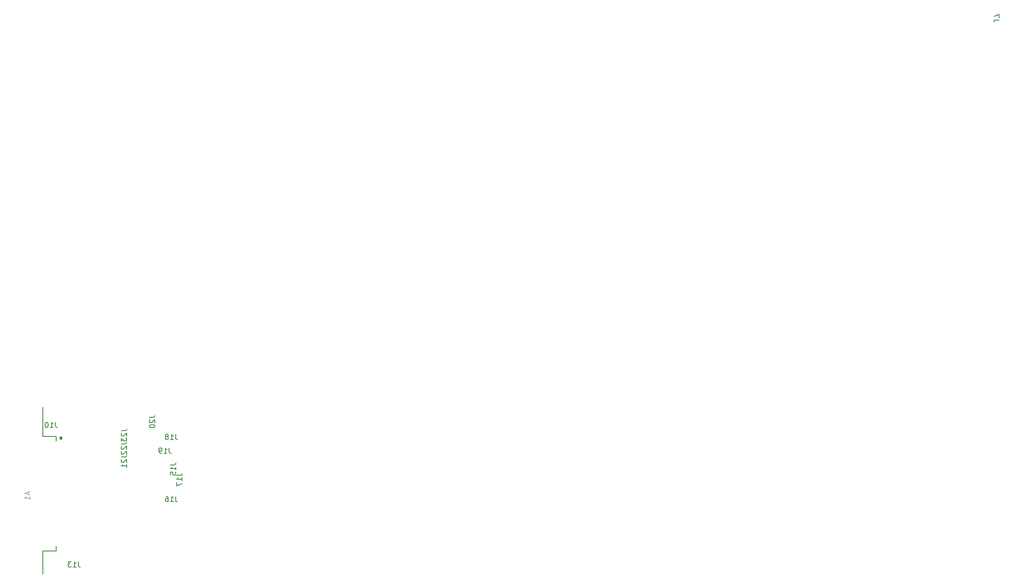
<source format=gbr>
G04 #@! TF.GenerationSoftware,KiCad,Pcbnew,(5.1.5)-3*
G04 #@! TF.CreationDate,2020-06-04T21:55:03-04:00*
G04 #@! TF.ProjectId,SmartWatch V4,536d6172-7457-4617-9463-682056342e6b,rev?*
G04 #@! TF.SameCoordinates,Original*
G04 #@! TF.FileFunction,Legend,Bot*
G04 #@! TF.FilePolarity,Positive*
%FSLAX46Y46*%
G04 Gerber Fmt 4.6, Leading zero omitted, Abs format (unit mm)*
G04 Created by KiCad (PCBNEW (5.1.5)-3) date 2020-06-04 21:55:03*
%MOMM*%
%LPD*%
G04 APERTURE LIST*
%ADD10C,0.250000*%
%ADD11C,0.127000*%
%ADD12C,0.015000*%
%ADD13C,0.150000*%
G04 APERTURE END LIST*
D10*
X128593000Y-69063000D02*
G75*
G03X128593000Y-69063000I-200000J0D01*
G01*
D11*
X127450000Y-90500000D02*
X127450000Y-89600000D01*
X127450000Y-90500000D02*
X124950000Y-90500000D01*
X124950000Y-90500000D02*
X124950000Y-94800000D01*
X127450000Y-68700000D02*
X127450000Y-69600000D01*
X127450000Y-68700000D02*
X124950000Y-68700000D01*
X124950000Y-68700000D02*
X124950000Y-63110000D01*
D12*
X122167137Y-79283695D02*
X122167137Y-79761231D01*
X122453659Y-79188187D02*
X121450832Y-79522463D01*
X122453659Y-79856739D01*
X122453659Y-80716305D02*
X122453659Y-80143261D01*
X122453659Y-80429783D02*
X121450832Y-80429783D01*
X121594093Y-80334275D01*
X121689601Y-80238768D01*
X121737354Y-80143261D01*
D13*
X139824180Y-67660476D02*
X140538466Y-67660476D01*
X140681323Y-67612857D01*
X140776561Y-67517619D01*
X140824180Y-67374761D01*
X140824180Y-67279523D01*
X139919419Y-68089047D02*
X139871800Y-68136666D01*
X139824180Y-68231904D01*
X139824180Y-68470000D01*
X139871800Y-68565238D01*
X139919419Y-68612857D01*
X140014657Y-68660476D01*
X140109895Y-68660476D01*
X140252752Y-68612857D01*
X140824180Y-68041428D01*
X140824180Y-68660476D01*
X139824180Y-68993809D02*
X139824180Y-69612857D01*
X140205133Y-69279523D01*
X140205133Y-69422380D01*
X140252752Y-69517619D01*
X140300371Y-69565238D01*
X140395609Y-69612857D01*
X140633704Y-69612857D01*
X140728942Y-69565238D01*
X140776561Y-69517619D01*
X140824180Y-69422380D01*
X140824180Y-69136666D01*
X140776561Y-69041428D01*
X140728942Y-68993809D01*
X139824180Y-70160476D02*
X140538466Y-70160476D01*
X140681323Y-70112857D01*
X140776561Y-70017619D01*
X140824180Y-69874761D01*
X140824180Y-69779523D01*
X139919419Y-70589047D02*
X139871800Y-70636666D01*
X139824180Y-70731904D01*
X139824180Y-70970000D01*
X139871800Y-71065238D01*
X139919419Y-71112857D01*
X140014657Y-71160476D01*
X140109895Y-71160476D01*
X140252752Y-71112857D01*
X140824180Y-70541428D01*
X140824180Y-71160476D01*
X139919419Y-71541428D02*
X139871800Y-71589047D01*
X139824180Y-71684285D01*
X139824180Y-71922380D01*
X139871800Y-72017619D01*
X139919419Y-72065238D01*
X140014657Y-72112857D01*
X140109895Y-72112857D01*
X140252752Y-72065238D01*
X140824180Y-71493809D01*
X140824180Y-72112857D01*
X139824180Y-72660476D02*
X140538466Y-72660476D01*
X140681323Y-72612857D01*
X140776561Y-72517619D01*
X140824180Y-72374761D01*
X140824180Y-72279523D01*
X139919419Y-73089047D02*
X139871800Y-73136666D01*
X139824180Y-73231904D01*
X139824180Y-73470000D01*
X139871800Y-73565238D01*
X139919419Y-73612857D01*
X140014657Y-73660476D01*
X140109895Y-73660476D01*
X140252752Y-73612857D01*
X140824180Y-73041428D01*
X140824180Y-73660476D01*
X140824180Y-74612857D02*
X140824180Y-74041428D01*
X140824180Y-74327142D02*
X139824180Y-74327142D01*
X139967038Y-74231904D01*
X140062276Y-74136666D01*
X140109895Y-74041428D01*
X145180580Y-65120476D02*
X145894866Y-65120476D01*
X146037723Y-65072857D01*
X146132961Y-64977619D01*
X146180580Y-64834761D01*
X146180580Y-64739523D01*
X145275819Y-65549047D02*
X145228200Y-65596666D01*
X145180580Y-65691904D01*
X145180580Y-65930000D01*
X145228200Y-66025238D01*
X145275819Y-66072857D01*
X145371057Y-66120476D01*
X145466295Y-66120476D01*
X145609152Y-66072857D01*
X146180580Y-65501428D01*
X146180580Y-66120476D01*
X145180580Y-66739523D02*
X145180580Y-66834761D01*
X145228200Y-66930000D01*
X145275819Y-66977619D01*
X145371057Y-67025238D01*
X145561533Y-67072857D01*
X145799628Y-67072857D01*
X145990104Y-67025238D01*
X146085342Y-66977619D01*
X146132961Y-66930000D01*
X146180580Y-66834761D01*
X146180580Y-66739523D01*
X146132961Y-66644285D01*
X146085342Y-66596666D01*
X145990104Y-66549047D01*
X145799628Y-66501428D01*
X145561533Y-66501428D01*
X145371057Y-66549047D01*
X145275819Y-66596666D01*
X145228200Y-66644285D01*
X145180580Y-66739523D01*
X148939523Y-70924180D02*
X148939523Y-71638466D01*
X148987142Y-71781323D01*
X149082380Y-71876561D01*
X149225238Y-71924180D01*
X149320476Y-71924180D01*
X147939523Y-71924180D02*
X148510952Y-71924180D01*
X148225238Y-71924180D02*
X148225238Y-70924180D01*
X148320476Y-71067038D01*
X148415714Y-71162276D01*
X148510952Y-71209895D01*
X147463333Y-71924180D02*
X147272857Y-71924180D01*
X147177619Y-71876561D01*
X147130000Y-71828942D01*
X147034761Y-71686085D01*
X146987142Y-71495609D01*
X146987142Y-71114657D01*
X147034761Y-71019419D01*
X147082380Y-70971800D01*
X147177619Y-70924180D01*
X147368095Y-70924180D01*
X147463333Y-70971800D01*
X147510952Y-71019419D01*
X147558571Y-71114657D01*
X147558571Y-71352752D01*
X147510952Y-71447990D01*
X147463333Y-71495609D01*
X147368095Y-71543228D01*
X147177619Y-71543228D01*
X147082380Y-71495609D01*
X147034761Y-71447990D01*
X146987142Y-71352752D01*
X150139523Y-68324180D02*
X150139523Y-69038466D01*
X150187142Y-69181323D01*
X150282380Y-69276561D01*
X150425238Y-69324180D01*
X150520476Y-69324180D01*
X149139523Y-69324180D02*
X149710952Y-69324180D01*
X149425238Y-69324180D02*
X149425238Y-68324180D01*
X149520476Y-68467038D01*
X149615714Y-68562276D01*
X149710952Y-68609895D01*
X148568095Y-68752752D02*
X148663333Y-68705133D01*
X148710952Y-68657514D01*
X148758571Y-68562276D01*
X148758571Y-68514657D01*
X148710952Y-68419419D01*
X148663333Y-68371800D01*
X148568095Y-68324180D01*
X148377619Y-68324180D01*
X148282380Y-68371800D01*
X148234761Y-68419419D01*
X148187142Y-68514657D01*
X148187142Y-68562276D01*
X148234761Y-68657514D01*
X148282380Y-68705133D01*
X148377619Y-68752752D01*
X148568095Y-68752752D01*
X148663333Y-68800371D01*
X148710952Y-68847990D01*
X148758571Y-68943228D01*
X148758571Y-69133704D01*
X148710952Y-69228942D01*
X148663333Y-69276561D01*
X148568095Y-69324180D01*
X148377619Y-69324180D01*
X148282380Y-69276561D01*
X148234761Y-69228942D01*
X148187142Y-69133704D01*
X148187142Y-68943228D01*
X148234761Y-68847990D01*
X148282380Y-68800371D01*
X148377619Y-68752752D01*
X150380580Y-76120476D02*
X151094866Y-76120476D01*
X151237723Y-76072857D01*
X151332961Y-75977619D01*
X151380580Y-75834761D01*
X151380580Y-75739523D01*
X151380580Y-77120476D02*
X151380580Y-76549047D01*
X151380580Y-76834761D02*
X150380580Y-76834761D01*
X150523438Y-76739523D01*
X150618676Y-76644285D01*
X150666295Y-76549047D01*
X150380580Y-77453809D02*
X150380580Y-78120476D01*
X151380580Y-77691904D01*
X150139523Y-80124180D02*
X150139523Y-80838466D01*
X150187142Y-80981323D01*
X150282380Y-81076561D01*
X150425238Y-81124180D01*
X150520476Y-81124180D01*
X149139523Y-81124180D02*
X149710952Y-81124180D01*
X149425238Y-81124180D02*
X149425238Y-80124180D01*
X149520476Y-80267038D01*
X149615714Y-80362276D01*
X149710952Y-80409895D01*
X148282380Y-80124180D02*
X148472857Y-80124180D01*
X148568095Y-80171800D01*
X148615714Y-80219419D01*
X148710952Y-80362276D01*
X148758571Y-80552752D01*
X148758571Y-80933704D01*
X148710952Y-81028942D01*
X148663333Y-81076561D01*
X148568095Y-81124180D01*
X148377619Y-81124180D01*
X148282380Y-81076561D01*
X148234761Y-81028942D01*
X148187142Y-80933704D01*
X148187142Y-80695609D01*
X148234761Y-80600371D01*
X148282380Y-80552752D01*
X148377619Y-80505133D01*
X148568095Y-80505133D01*
X148663333Y-80552752D01*
X148710952Y-80600371D01*
X148758571Y-80695609D01*
X149180580Y-74120476D02*
X149894866Y-74120476D01*
X150037723Y-74072857D01*
X150132961Y-73977619D01*
X150180580Y-73834761D01*
X150180580Y-73739523D01*
X150180580Y-75120476D02*
X150180580Y-74549047D01*
X150180580Y-74834761D02*
X149180580Y-74834761D01*
X149323438Y-74739523D01*
X149418676Y-74644285D01*
X149466295Y-74549047D01*
X149180580Y-76025238D02*
X149180580Y-75549047D01*
X149656771Y-75501428D01*
X149609152Y-75549047D01*
X149561533Y-75644285D01*
X149561533Y-75882380D01*
X149609152Y-75977619D01*
X149656771Y-76025238D01*
X149752009Y-76072857D01*
X149990104Y-76072857D01*
X150085342Y-76025238D01*
X150132961Y-75977619D01*
X150180580Y-75882380D01*
X150180580Y-75644285D01*
X150132961Y-75549047D01*
X150085342Y-75501428D01*
X131683023Y-92548080D02*
X131683023Y-93262366D01*
X131730642Y-93405223D01*
X131825880Y-93500461D01*
X131968738Y-93548080D01*
X132063976Y-93548080D01*
X130683023Y-93548080D02*
X131254452Y-93548080D01*
X130968738Y-93548080D02*
X130968738Y-92548080D01*
X131063976Y-92690938D01*
X131159214Y-92786176D01*
X131254452Y-92833795D01*
X130349690Y-92548080D02*
X129730642Y-92548080D01*
X130063976Y-92929033D01*
X129921119Y-92929033D01*
X129825880Y-92976652D01*
X129778261Y-93024271D01*
X129730642Y-93119509D01*
X129730642Y-93357604D01*
X129778261Y-93452842D01*
X129825880Y-93500461D01*
X129921119Y-93548080D01*
X130206833Y-93548080D01*
X130302071Y-93500461D01*
X130349690Y-93452842D01*
X127339523Y-66024180D02*
X127339523Y-66738466D01*
X127387142Y-66881323D01*
X127482380Y-66976561D01*
X127625238Y-67024180D01*
X127720476Y-67024180D01*
X126339523Y-67024180D02*
X126910952Y-67024180D01*
X126625238Y-67024180D02*
X126625238Y-66024180D01*
X126720476Y-66167038D01*
X126815714Y-66262276D01*
X126910952Y-66309895D01*
X125720476Y-66024180D02*
X125625238Y-66024180D01*
X125530000Y-66071800D01*
X125482380Y-66119419D01*
X125434761Y-66214657D01*
X125387142Y-66405133D01*
X125387142Y-66643228D01*
X125434761Y-66833704D01*
X125482380Y-66928942D01*
X125530000Y-66976561D01*
X125625238Y-67024180D01*
X125720476Y-67024180D01*
X125815714Y-66976561D01*
X125863333Y-66928942D01*
X125910952Y-66833704D01*
X125958571Y-66643228D01*
X125958571Y-66405133D01*
X125910952Y-66214657D01*
X125863333Y-66119419D01*
X125815714Y-66071800D01*
X125720476Y-66024180D01*
X306497619Y10366666D02*
X305783333Y10366666D01*
X305640476Y10319047D01*
X305545238Y10223809D01*
X305497619Y10080952D01*
X305497619Y9985714D01*
X306497619Y10747619D02*
X306497619Y11414285D01*
X305497619Y10985714D01*
M02*

</source>
